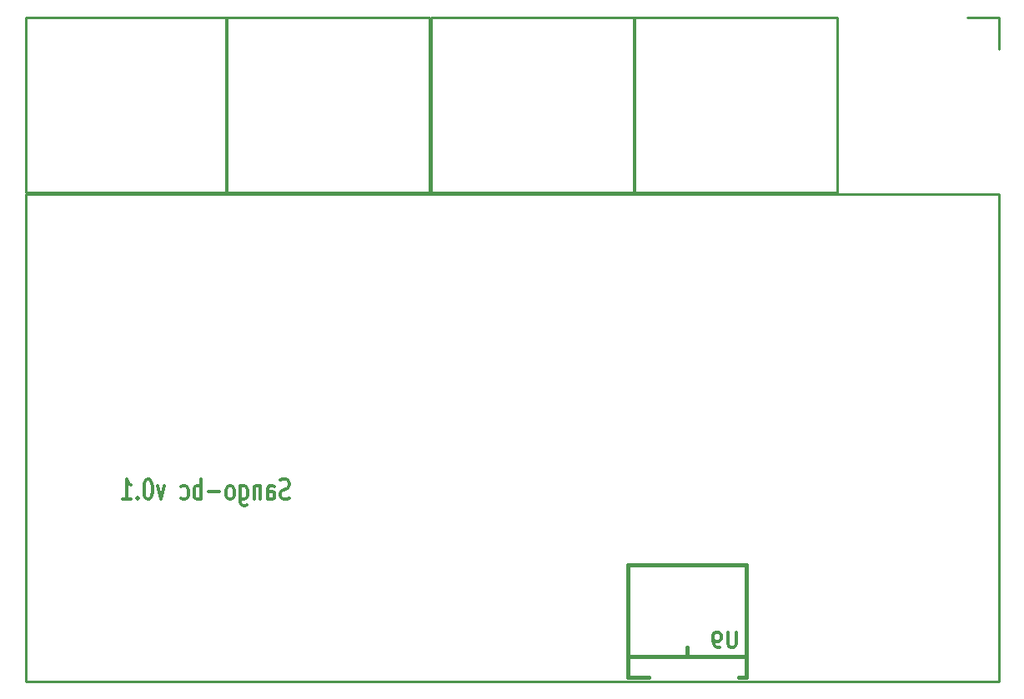
<source format=gbo>
G75*
G70*
%OFA0B0*%
%FSLAX25Y25*%
%IPPOS*%
%LPD*%
%AMOC8*
5,1,8,0,0,1.08239X$1,22.5*
%
%ADD23C,0.00600*%
%ADD33C,0.01000*%
%ADD55C,0.01200*%
%ADD67C,0.01500*%
X0010000Y0010000D02*
G01*
D23*
D55*
X0115780Y0083640D02*
X0114920Y0083260D01*
X0113490Y0083260D01*
X0112920Y0083640D01*
X0112630Y0084020D01*
X0112350Y0084790D01*
X0112350Y0085550D01*
X0112630Y0086310D01*
X0112920Y0086690D01*
X0113490Y0087070D01*
X0114630Y0087450D01*
X0115210Y0087830D01*
X0115490Y0088210D01*
X0115780Y0088980D01*
X0115780Y0089740D01*
X0115490Y0090500D01*
X0115210Y0090880D01*
X0114630Y0091260D01*
X0113210Y0091260D01*
X0112350Y0090880D01*
X0107210Y0083260D02*
X0107210Y0087450D01*
X0107500Y0088210D01*
X0108070Y0088600D01*
X0109210Y0088600D01*
X0109780Y0088210D01*
X0107210Y0083640D02*
X0107780Y0083260D01*
X0109210Y0083260D01*
X0109780Y0083640D01*
X0110070Y0084400D01*
X0110070Y0085170D01*
X0109780Y0085930D01*
X0109210Y0086310D01*
X0107780Y0086310D01*
X0107210Y0086690D01*
X0104350Y0088600D02*
X0104350Y0083260D01*
X0104350Y0087830D02*
X0104070Y0088210D01*
X0103490Y0088600D01*
X0102640Y0088600D01*
X0102070Y0088210D01*
X0101780Y0087450D01*
X0101780Y0083260D01*
X0096350Y0088600D02*
X0096350Y0082120D01*
X0096640Y0081360D01*
X0096920Y0080980D01*
X0097490Y0080600D01*
X0098350Y0080600D01*
X0098920Y0080980D01*
X0096350Y0083640D02*
X0096920Y0083260D01*
X0098060Y0083260D01*
X0098640Y0083640D01*
X0098920Y0084020D01*
X0099210Y0084790D01*
X0099210Y0087070D01*
X0098920Y0087830D01*
X0098640Y0088210D01*
X0098060Y0088600D01*
X0096920Y0088600D01*
X0096350Y0088210D01*
X0092630Y0083260D02*
X0093210Y0083640D01*
X0093490Y0084020D01*
X0093780Y0084790D01*
X0093780Y0087070D01*
X0093490Y0087830D01*
X0093210Y0088210D01*
X0092630Y0088600D01*
X0091780Y0088600D01*
X0091210Y0088210D01*
X0090920Y0087830D01*
X0090630Y0087070D01*
X0090630Y0084790D01*
X0090920Y0084020D01*
X0091210Y0083640D01*
X0091780Y0083260D01*
X0092630Y0083260D01*
X0088060Y0086310D02*
X0083490Y0086310D01*
X0080630Y0083260D02*
X0080630Y0091260D01*
X0080630Y0088210D02*
X0080060Y0088600D01*
X0078920Y0088600D01*
X0078350Y0088210D01*
X0078060Y0087830D01*
X0077770Y0087070D01*
X0077770Y0084790D01*
X0078060Y0084020D01*
X0078350Y0083640D01*
X0078920Y0083260D01*
X0080060Y0083260D01*
X0080630Y0083640D01*
X0072630Y0083640D02*
X0073200Y0083260D01*
X0074340Y0083260D01*
X0074920Y0083640D01*
X0075200Y0084020D01*
X0075490Y0084790D01*
X0075490Y0087070D01*
X0075200Y0087830D01*
X0074920Y0088210D01*
X0074340Y0088600D01*
X0073200Y0088600D01*
X0072630Y0088210D01*
X0066060Y0088600D02*
X0064630Y0083260D01*
X0063210Y0088600D01*
X0059780Y0091260D02*
X0059210Y0091260D01*
X0058640Y0090880D01*
X0058350Y0090500D01*
X0058060Y0089740D01*
X0057780Y0088210D01*
X0057780Y0086310D01*
X0058060Y0084790D01*
X0058350Y0084020D01*
X0058640Y0083640D01*
X0059210Y0083260D01*
X0059780Y0083260D01*
X0060350Y0083640D01*
X0060640Y0084020D01*
X0060920Y0084790D01*
X0061210Y0086310D01*
X0061210Y0088210D01*
X0060920Y0089740D01*
X0060640Y0090500D01*
X0060350Y0090880D01*
X0059780Y0091260D01*
X0055210Y0084020D02*
X0054930Y0083640D01*
X0055210Y0083260D01*
X0055500Y0083640D01*
X0055210Y0084020D01*
X0055210Y0083260D01*
X0049210Y0083260D02*
X0052640Y0083260D01*
X0050920Y0083260D02*
X0050920Y0091260D01*
X0051490Y0090120D01*
X0052070Y0089360D01*
X0052640Y0088980D01*
D67*
X0298630Y0056970D02*
X0251380Y0056970D01*
X0251380Y0011890D02*
X0259450Y0011890D01*
X0298630Y0011890D02*
X0295670Y0011890D01*
X0251370Y0056980D02*
X0251370Y0011900D01*
X0298630Y0020360D02*
X0251380Y0020360D01*
X0275000Y0020360D02*
X0275000Y0024100D01*
X0298620Y0056980D02*
X0298620Y0011900D01*
D55*
X0294570Y0030070D02*
X0294570Y0025210D01*
X0294290Y0024640D01*
X0294000Y0024360D01*
X0293430Y0024070D01*
X0292290Y0024070D01*
X0291710Y0024360D01*
X0291430Y0024640D01*
X0291140Y0025210D01*
X0291140Y0030070D01*
X0288000Y0024070D02*
X0286850Y0024070D01*
X0286280Y0024360D01*
X0286000Y0024640D01*
X0285420Y0025500D01*
X0285140Y0026640D01*
X0285140Y0028930D01*
X0285420Y0029500D01*
X0285710Y0029790D01*
X0286280Y0030070D01*
X0287420Y0030070D01*
X0288000Y0029790D01*
X0288280Y0029500D01*
X0288570Y0028930D01*
X0288570Y0027500D01*
X0288280Y0026930D01*
X0288000Y0026640D01*
X0287420Y0026360D01*
X0286280Y0026360D01*
X0285710Y0026640D01*
X0285420Y0026930D01*
X0285140Y0027500D01*
D33*
X0010500Y0010500D02*
X0010500Y0205500D01*
X0010500Y0205500D02*
X0399500Y0205500D01*
X0399500Y0010500D01*
X0399500Y0010500D02*
X0010500Y0010500D01*
X0010000Y0206500D02*
G01*
D23*
D33*
X0010500Y0206000D02*
X0010500Y0276000D01*
X0010500Y0276000D02*
X0090500Y0276000D01*
X0090500Y0276000D02*
X0090500Y0206000D01*
X0010500Y0206000D01*
X0091500Y0206500D02*
G01*
D23*
D33*
X0091000Y0206000D02*
X0091000Y0276000D01*
X0172000Y0276000D01*
X0172000Y0276000D02*
X0172000Y0206000D01*
X0091000Y0206000D01*
X0173000Y0206500D02*
G01*
D23*
D33*
X0172500Y0206000D02*
X0172500Y0276000D01*
X0253500Y0276000D01*
X0253500Y0276000D02*
X0253500Y0206000D01*
X0172500Y0206000D01*
X0254500Y0206500D02*
G01*
D23*
D33*
X0254000Y0206000D02*
X0254000Y0276000D01*
X0335000Y0276000D01*
X0335000Y0276000D02*
X0335000Y0206000D01*
X0254000Y0206000D01*
D33*
X0023000Y0010500D02*
X0010500Y0010500D01*
X0010500Y0023000D01*
X0399500Y0023000D02*
X0399500Y0010500D01*
X0387000Y0010500D01*
X0387000Y0276000D02*
X0399500Y0276000D01*
X0399500Y0263500D01*
X0010500Y0263500D02*
X0010500Y0276000D01*
X0023000Y0276000D01*
M02*

</source>
